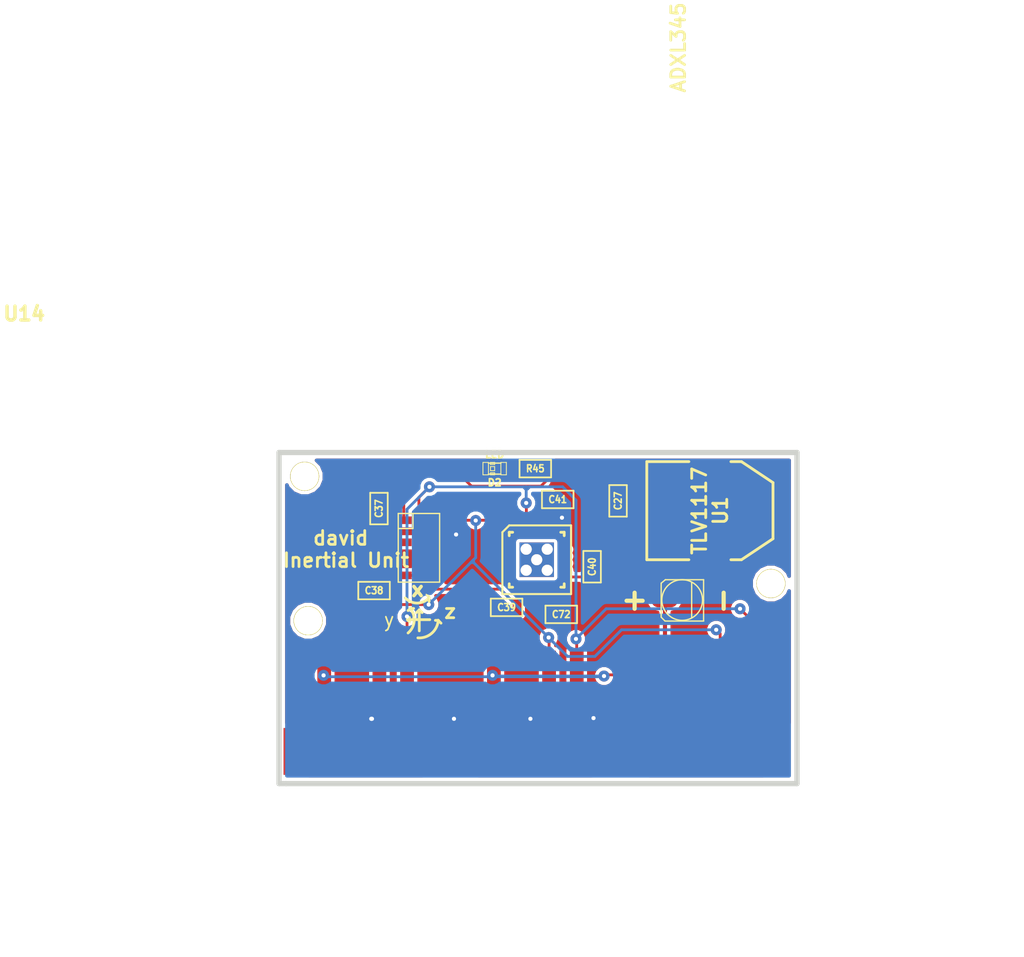
<source format=kicad_pcb>
(kicad_pcb (version 20211014) (generator pcbnew)
  (title_block (title "Internal Sensors") (date "2 may 2022") (rev "0.1") (company "the cartheur company"))
  (layers (0 "F.Cu" signal "Dessus") (31 "B.Cu" signal "Dessous") (34 "B.Paste" user) (35 "F.Paste" user) (36 "B.SilkS" user "B.Silkscreen") (37 "F.SilkS" user "F.Silkscreen") (38 "B.Mask" user) (39 "F.Mask" user) (44 "Edge.Cuts" user))
  (net 0 "")
  (net 1 "/Connector/3.3V")
  (net 2 "/Connector/SCL")
  (net 3 "/Connector/SDA")
  (net 4 "/Connector/alim 3.3/5V")
  (net 5 "GND")
  (net 6 "N-0000010")
  (net 7 "N-0000011")
  (net 8 "N-0000012")
  (net 9 "N-0000013")
  (net 10 "N-0000014")
  (net 11 "N-0000015")
  (net 12 "N-0000016")
  (net 13 "N-0000017")
  (net 14 "N-0000018")
  (net 15 "N-0000019")
  (net 16 "N-0000020")
  (net 17 "N-0000021")
  (net 18 "N-0000022")
  (net 19 "N-0000023")
  (net 20 "N-0000025")
  (net 21 "N-000004")
  (net 22 "N-000005")
  (net 23 "N-000006")
  (net 24 "N-000008")
  (net 25 "N-000009")
  (footprint "SM0603" (layer "F.Cu") (at 56.5404 20.7264 180)
    (fp_text reference "R45" (at 0 0 180) (layer "F.SilkS") (effects (font (size 0.508 0.4572) (thickness 0.1143))))
    (fp_text value "150" hide)
    (fp_line (start 1.143 -0.635) (end 1.143 0.635) (layer "F.SilkS") (width 0.127))
    (fp_line (start 1.143 0.635) (end -1.143 0.635) (layer "F.SilkS") (width 0.127))
    (fp_line (start -1.143 -0.635) (end 1.143 -0.635) (layer "F.SilkS") (width 0.127))
    (fp_line (start -1.143 0.635) (end -1.143 -0.635) (layer "F.SilkS") (width 0.127))
    (pad "1" smd rect (at -0.762 0 180) (size 0.635 1.143) (layers "F.Cu" "F.Paste" "F.Mask") (net 1 "/Connector/3.3V"))
    (pad "2" smd rect (at 0.762 0 180) (size 0.635 1.143) (layers "F.Cu" "F.Paste" "F.Mask") (net 20 "N-0000025"))
  )
  (footprint "QFN24" (layer "F.Cu") (at 56.642 27.3304)
    (fp_text reference "U14" (at -37.1348 -17.8308) (layer "F.SilkS") (effects (font (size 1.00076 1.00076) (thickness 0.25146))))
    (fp_text value "ITG-3200" hide)
    (fp_line (start -1.99136 -1.99136) (end -1.74244 -1.99136) (layer "F.SilkS") (width 0.20066))
    (fp_line (start 1.99136 1.99136) (end 1.74244 1.99136) (layer "F.SilkS") (width 0.20066))
    (fp_line (start 2.4892 2.4892) (end -2.4892 2.4892) (layer "F.SilkS") (width 0.14986))
    (fp_line (start -1.74244 1.99136) (end -1.99136 1.99136) (layer "F.SilkS") (width 0.20066))
    (fp_line (start -1.99136 -1.74244) (end -1.99136 -1.99136) (layer "F.SilkS") (width 0.20066))
    (fp_line (start -2.4892 -1.99136) (end -1.99136 -2.4892) (layer "F.SilkS") (width 0.14986))
    (fp_line (start 1.74244 -1.99136) (end 1.99136 -1.99136) (layer "F.SilkS") (width 0.20066))
    (fp_line (start 1.99136 1.74244) (end 1.99136 1.99136) (layer "F.SilkS") (width 0.20066))
    (fp_line (start -2.4892 -1.99136) (end -2.4892 2.4892) (layer "F.SilkS") (width 0.14986))
    (fp_line (start 1.99136 -1.99136) (end 1.99136 -1.74244) (layer "F.SilkS") (width 0.20066))
    (fp_line (start -1.99136 -2.4892) (end 2.4892 -2.4892) (layer "F.SilkS") (width 0.14986))
    (fp_line (start 2.4892 -2.4892) (end 2.4892 2.4892) (layer "F.SilkS") (width 0.14986))
    (fp_line (start -1.99136 1.99136) (end -1.99136 1.74244) (layer "F.SilkS") (width 0.20066))
    (pad "" np_thru_hole circle (at -0.762 0.762 270) (size 0.8001 0.8001) (drill 0.8001) (layers *.Cu *.SilkS *.Mask))
    (pad "" smd rect (at 0 0 270) (size 2.49936 2.49936) (layers *.Cu "F.Paste" "F.Mask"))
    (pad "" np_thru_hole circle (at 0.762 0.762 270) (size 0.8001 0.8001) (drill 0.8001) (layers *.Cu *.SilkS *.Mask))
    (pad "" np_thru_hole circle (at -0.762 -0.762 270) (size 0.8001 0.8001) (drill 0.8001) (layers *.Cu *.SilkS *.Mask))
    (pad "" np_thru_hole circle (at 0 0 270) (size 0.8001 0.8001) (drill 0.8001) (layers *.Cu *.SilkS *.Mask))
    (pad "" np_thru_hole circle (at 0.762 -0.762 270) (size 0.8001 0.8001) (drill 0.8001) (layers *.Cu *.SilkS *.Mask))
    (pad "1" smd oval (at -1.99898 -1.24968) (size 0.8001 0.24892) (layers "F.Cu" "F.Paste" "F.Mask") (net 5 "GND"))
    (pad "2" smd oval (at -1.99898 -0.7493) (size 0.8001 0.24892) (layers "F.Cu" "F.Paste" "F.Mask") (net 7 "N-0000011"))
    (pad "3" smd oval (at -1.99898 -0.24892) (size 0.8001 0.24892) (layers "F.Cu" "F.Paste" "F.Mask") (net 8 "N-0000012"))
    (pad "4" smd oval (at -1.99898 0.24892) (size 0.8001 0.24892) (layers "F.Cu" "F.Paste" "F.Mask") (net 9 "N-0000013"))
    (pad "5" smd oval (at -1.99898 0.7493) (size 0.8001 0.24892) (layers "F.Cu" "F.Paste" "F.Mask") (net 10 "N-0000014"))
    (pad "6" smd oval (at -1.99898 1.24968) (size 0.8001 0.24892) (layers "F.Cu" "F.Paste" "F.Mask") (net 11 "N-0000015"))
    (pad "7" smd oval (at -1.24968 1.99898 90) (size 0.8001 0.24892) (layers "F.Cu" "F.Paste" "F.Mask") (net 12 "N-0000016"))
    (pad "8" smd oval (at -0.7493 1.99898 90) (size 0.8001 0.24892) (layers "F.Cu" "F.Paste" "F.Mask") (net 1 "/Connector/3.3V"))
    (pad "9" smd oval (at -0.24892 1.99898 90) (size 0.8001 0.24892) (layers "F.Cu" "F.Paste" "F.Mask") (net 5 "GND"))
    (pad "10" smd oval (at 0.24892 1.99898 90) (size 0.8001 0.24892) (layers "F.Cu" "F.Paste" "F.Mask") (net 24 "N-000008"))
    (pad "11" smd oval (at 0.7493 1.99898 90) (size 0.8001 0.24892) (layers "F.Cu" "F.Paste" "F.Mask") (net 5 "GND"))
    (pad "12" smd oval (at 1.24968 1.99898 90) (size 0.8001 0.24892) (layers "F.Cu" "F.Paste" "F.Mask") (net 13 "N-0000017"))
    (pad "13" smd oval (at 1.99898 1.24968 180) (size 0.8001 0.24892) (layers "F.Cu" "F.Paste" "F.Mask") (net 1 "/Connector/3.3V"))
    (pad "14" smd oval (at 1.99898 0.7493 180) (size 0.8001 0.24892) (layers "F.Cu" "F.Paste" "F.Mask") (net 15 "N-0000019"))
    (pad "15" smd oval (at 1.99898 0.24892 180) (size 0.8001 0.24892) (layers "F.Cu" "F.Paste" "F.Mask") (net 16 "N-0000020"))
    (pad "16" smd oval (at 1.99898 -0.24892 180) (size 0.8001 0.24892) (layers "F.Cu" "F.Paste" "F.Mask") (net 17 "N-0000021"))
    (pad "17" smd oval (at 1.99898 -0.7493 180) (size 0.8001 0.24892) (layers "F.Cu" "F.Paste" "F.Mask") (net 18 "N-0000022"))
    (pad "18" smd oval (at 1.99898 -1.24968 180) (size 0.8001 0.24892) (layers "F.Cu" "F.Paste" "F.Mask") (net 5 "GND"))
    (pad "19" smd oval (at 1.24968 -1.99898 270) (size 0.8001 0.24892) (layers "F.Cu" "F.Paste" "F.Mask") (net 19 "N-0000023"))
    (pad "20" smd oval (at 0.7493 -1.99898 270) (size 0.8001 0.24892) (layers "F.Cu" "F.Paste" "F.Mask") (net 25 "N-000009"))
    (pad "21" smd oval (at 0.24892 -1.99898 270) (size 0.8001 0.24892) (layers "F.Cu" "F.Paste" "F.Mask") (net 6 "N-0000010"))
    (pad "22" smd oval (at -0.24892 -1.99898 270) (size 0.8001 0.24892) (layers "F.Cu" "F.Paste" "F.Mask") (net 14 "N-0000018"))
    (pad "23" smd oval (at -0.7493 -1.99898 270) (size 0.8001 0.24892) (layers "F.Cu" "F.Paste" "F.Mask") (net 2 "/Connector/SCL"))
    (pad "24" smd oval (at -1.24968 -1.99898 270) (size 0.8001 0.24892) (layers "F.Cu" "F.Paste" "F.Mask") (net 3 "/Connector/SDA"))
  )
  (footprint "LED-0603" (layer "F.Cu") (at 53.594 20.7264 180)
    (fp_text reference "D2" (at 0 -1.016 180) (layer "F.SilkS") (effects (font (size 0.508 0.508) (thickness 0.127))))
    (fp_text value "LED" (at 0 1.016 180) (layer "F.SilkS") (effects (font (size 0.508 0.508) (thickness 0.127))))
    (fp_line (start 0 0.44958) (end 0.29972 0.44958) (layer "F.SilkS") (width 0.06604))
    (fp_line (start 0.44958 -0.44958) (end 0.44958 0.44958) (layer "F.SilkS") (width 0.06604))
    (fp_line (start 0.44958 -0.44958) (end 0.84836 -0.44958) (layer "F.SilkS") (width 0.06604))
    (fp_line (start 0 0.14986) (end 0.29972 0.14986) (layer "F.SilkS") (width 0.06604))
    (fp_line (start 0.84836 -0.44958) (end 0.84836 0.44958) (layer "F.SilkS") (width 0.06604))
    (fp_line (start 0 -0.14986) (end 0.29972 -0.14986) (layer "F.SilkS") (width 0.06604))
    (fp_line (start -0.84836 0.44958) (end -0.44958 0.44958) (layer "F.SilkS") (width 0.06604))
    (fp_line (start -0.44958 -0.44958) (end -0.44958 0.44958) (layer "F.SilkS") (width 0.06604))
    (fp_line (start 0 -0.44958) (end 0.29972 -0.44958) (layer "F.SilkS") (width 0.06604))
    (fp_line (start -0.84836 -0.44958) (end -0.84836 0.44958) (layer "F.SilkS") (width 0.06604))
    (fp_line (start 0 -0.14986) (end 0 0.14986) (layer "F.SilkS") (width 0.06604))
    (fp_line (start 0 0.29972) (end 0.29972 0.29972) (layer "F.SilkS") (width 0.06604))
    (fp_line (start 0.29972 0.29972) (end 0.29972 0.44958) (layer "F.SilkS") (width 0.06604))
    (fp_line (start -0.84836 -0.44958) (end -0.44958 -0.44958) (layer "F.SilkS") (width 0.06604))
    (fp_line (start 0.44958 -0.39878) (end -0.44958 -0.39878) (layer "F.SilkS") (width 0.1016))
    (fp_line (start 0.29972 -0.44958) (end 0.29972 -0.29972) (layer "F.SilkS") (width 0.06604))
    (fp_line (start 0.44958 0.44958) (end 0.84836 0.44958) (layer "F.SilkS") (width 0.06604))
    (fp_line (start 0.44958 0.39878) (end -0.44958 0.39878) (layer "F.SilkS") (width 0.1016))
    (fp_line (start 0 0.29972) (end 0 0.44958) (layer "F.SilkS") (width 0.06604))
    (fp_line (start 0.29972 -0.14986) (end 0.29972 0.14986) (layer "F.SilkS") (width 0.06604))
    (fp_line (start 0 -0.44958) (end 0 -0.29972) (layer "F.SilkS") (width 0.06604))
    (fp_line (start 0 -0.29972) (end 0.29972 -0.29972) (layer "F.SilkS") (width 0.06604))
    (pad "1" smd rect (at -0.7493 0 180) (size 0.79756 0.79756) (layers "F.Cu" "F.Paste" "F.Mask") (net 20 "N-0000025"))
    (pad "2" smd rect (at 0.7493 0 180) (size 0.79756 0.79756) (layers "F.Cu" "F.Paste" "F.Mask") (net 5 "GND"))
  )
  (footprint "LGA14" (layer "F.Cu") (at 48.1076 26.4668)
    (fp_text reference "U21" hide)
    (fp_text value "ADXL345" (at 18.796 -36.2712 90) (layer "F.SilkS") (effects (font (size 1.00076 1.00076) (thickness 0.20066))))
    (fp_line (start 1.4986 2.4892) (end -1.4986 2.4892) (layer "F.SilkS") (width 0.09906))
    (fp_line (start -1.4986 2.4892) (end -1.4986 -2.4892) (layer "F.SilkS") (width 0.09906))
    (fp_line (start -0.4318 -1.397) (end -1.4732 -1.397) (layer "F.SilkS") (width 0.09906))
    (fp_line (start 1.4986 -2.4892) (end 1.4986 2.4892) (layer "F.SilkS") (width 0.09906))
    (fp_line (start -0.4318 -2.4892) (end -0.4318 -1.397) (layer "F.SilkS") (width 0.09906))
    (fp_line (start -1.4986 -2.4892) (end 1.4986 -2.4892) (layer "F.SilkS") (width 0.09906))
    (pad "1" smd rect (at -1.09728 -1.99898 90) (size 0.55118 1.14554) (layers "F.Cu" "F.Paste" "F.Mask") (net 1 "/Connector/3.3V"))
    (pad "2" smd rect (at -1.09728 -1.19888 90) (size 0.55118 1.14554) (layers "F.Cu" "F.Paste" "F.Mask") (net 5 "GND"))
    (pad "3" smd rect (at -1.09728 -0.39878 90) (size 0.55118 1.14554) (layers "F.Cu" "F.Paste" "F.Mask") (net 1 "/Connector/3.3V"))
    (pad "4" smd rect (at -1.09728 0.39878 90) (size 0.55118 1.14554) (layers "F.Cu" "F.Paste" "F.Mask") (net 5 "GND"))
    (pad "5" smd rect (at -1.09728 1.19888 90) (size 0.55118 1.14554) (layers "F.Cu" "F.Paste" "F.Mask") (net 5 "GND"))
    (pad "6" smd rect (at -1.09728 1.99898 90) (size 0.55118 1.14554) (layers "F.Cu" "F.Paste" "F.Mask") (net 1 "/Connector/3.3V"))
    (pad "7" smd rect (at 0 2.09804) (size 0.55118 1.14554) (layers "F.Cu" "F.Paste" "F.Mask") (net 1 "/Connector/3.3V"))
    (pad "8" smd rect (at 1.09728 1.99898 90) (size 0.55118 1.14554) (layers "F.Cu" "F.Paste" "F.Mask") (net 21 "N-000004"))
    (pad "9" smd rect (at 1.09728 1.19888 90) (size 0.55118 1.14554) (layers "F.Cu" "F.Paste" "F.Mask") (net 22 "N-000005"))
    (pad "10" smd rect (at 1.09728 0.39878 90) (size 0.55118 1.14554) (layers "F.Cu" "F.Paste" "F.Mask") (net 23 "N-000006"))
    (pad "11" smd rect (at 1.09728 -0.39878 90) (size 0.55118 1.14554) (layers "F.Cu" "F.Paste" "F.Mask") (net 5 "GND"))
    (pad "12" smd rect (at 1.09728 -1.19888 90) (size 0.55118 1.14554) (layers "F.Cu" "F.Paste" "F.Mask") (net 5 "GND"))
    (pad "13" smd rect (at 1.09728 -1.99898 90) (size 0.55118 1.14554) (layers "F.Cu" "F.Paste" "F.Mask") (net 3 "/Connector/SDA"))
    (pad "14" smd rect (at 0 -2.09804) (size 0.55118 1.14554) (layers "F.Cu" "F.Paste" "F.Mask") (net 2 "/Connector/SCL"))
  )
  (footprint "CAN_RADIAL-CMS" (layer "F.Cu") (at 67.1576 30.2768 90)
    (fp_text reference "C10" hide)
    (fp_text value "10u" hide)
    (fp_text user "+" (at -0.0254 -3.5306 90) (layer "F.SilkS") (effects (font (size 1.524 1.524) (thickness 0.3048))))
    (fp_text user "-" (at -0.0254 2.921 90) (layer "F.SilkS") (effects (font (size 1.524 1.524) (thickness 0.3048))))
    (fp_line (start 0 1.5748) (end 1.4986 1.5748) (layer "F.SilkS") (width 0.09906))
    (fp_line (start 0 1.5748) (end -1.4986 1.5748) (layer "F.SilkS") (width 0.09906))
    (fp_line (start -1.4986 1.5748) (end -1.4986 -1.2192) (layer "F.SilkS") (width 0.09906))
    (fp_line (start -1.4986 -1.2192) (end -1.2446 -1.4732) (layer "F.SilkS") (width 0.09906))
    (fp_line (start 1.4986 1.5748) (end 1.4986 -1.1938) (layer "F.SilkS") (width 0.09906))
    (fp_line (start 1.4986 -1.1938) (end 1.2446 -1.4986) (layer "F.SilkS") (width 0.09906))
    (fp_line (start -1.2446 0.7112) (end 1.2954 0.7112) (layer "F.SilkS") (width 0.09906))
    (fp_line (start 1.2446 -1.4986) (end -1.2192 -1.4986) (layer "F.SilkS") (width 0.09906))
    (fp_circle (center 0.0254 0.0254) (end 1.4986 -0.0254) (layer "F.SilkS") (width 0.09906) (fill none))
    (pad "1" smd oval (at 0 -1.24968 90) (size 1.00076 1.89992) (layers "F.Cu" "F.Paste" "F.Mask") (net 4 "/Connector/alim 3.3/5V"))
    (pad "2" smd oval (at 0 1.24968 90) (size 1.00076 1.89992) (layers "F.Cu" "F.Paste" "F.Mask") (net 5 "GND"))
  )
  (footprint "hole-2mm" (layer "F.Cu") (at 39.8272 21.2852)
    (fp_text reference "hole-2mm" hide)
    (fp_text value "VAL**" hide)
    (pad "1" thru_hole circle (at 0 0) (size 2.10058 2.10058) (drill 1.99898) (layers *.Cu *.Mask "F.SilkS"))
  )
  (footprint "hole-2mm" (layer "F.Cu") (at 73.6092 29.0576)
    (fp_text reference "hole-2mm" hide)
    (fp_text value "VAL**" hide)
    (pad "1" thru_hole circle (at 0 0) (size 2.10058 2.10058) (drill 1.99898) (layers *.Cu *.Mask "F.SilkS"))
  )
  (footprint "hole-2mm" (layer "F.Cu") (at 40.0812 31.75)
    (fp_text reference "hole-2mm" hide)
    (fp_text value "VAL**" hide)
    (pad "1" thru_hole circle (at 0 0) (size 2.10058 2.10058) (drill 1.99898) (layers *.Cu *.Mask "F.SilkS"))
  )
  (footprint "CONN_JST-4_SMD" (layer "F.Cu") (at 44.2468 42.926)
    (fp_text reference "P1" hide)
    (fp_text value "CONN_4" hide)
    (pad "" smd rect (at -5.2 -1.69926) (size 1.4986 3.39598) (layers "F.Cu" "F.Paste" "F.Mask"))
    (pad "" smd rect (at 5.2 -1.69926) (size 1.4986 3.39598) (layers "F.Cu" "F.Paste" "F.Mask"))
    (pad "1" smd rect (at -3 -7.24916) (size 0.99568 3.49758) (layers "F.Cu" "F.Paste" "F.Mask") (net 4 "/Connector/alim 3.3/5V"))
    (pad "2" smd rect (at -0.99822 -7.24916) (size 0.99568 3.49758) (layers "F.Cu" "F.Paste" "F.Mask") (net 5 "GND"))
    (pad "3" smd rect (at 0.99822 -7.24916) (size 0.99568 3.49758) (layers "F.Cu" "F.Paste" "F.Mask") (net 3 "/Connector/SDA"))
    (pad "4" smd rect (at 3 -7.24916) (size 0.99568 3.49758) (layers "F.Cu" "F.Paste" "F.Mask") (net 2 "/Connector/SCL"))
  )
  (footprint "CONN_JST-4_SMD" (layer "F.Cu") (at 68.9356 42.926)
    (fp_text reference "P2" hide)
    (fp_text value "CONN_4" hide)
    (pad "" smd rect (at 5.2 -1.69926) (size 1.4986 3.39598) (layers "F.Cu" "F.Paste" "F.Mask"))
    (pad "" smd rect (at -5.2 -1.69926) (size 1.4986 3.39598) (layers "F.Cu" "F.Paste" "F.Mask"))
    (pad "1" smd rect (at -3 -7.24916) (size 0.99568 3.49758) (layers "F.Cu" "F.Paste" "F.Mask") (net 4 "/Connector/alim 3.3/5V"))
    (pad "2" smd rect (at -0.99822 -7.24916) (size 0.99568 3.49758) (layers "F.Cu" "F.Paste" "F.Mask") (net 5 "GND"))
    (pad "3" smd rect (at 0.99822 -7.24916) (size 0.99568 3.49758) (layers "F.Cu" "F.Paste" "F.Mask") (net 3 "/Connector/SDA"))
    (pad "4" smd rect (at 3 -7.24916) (size 0.99568 3.49758) (layers "F.Cu" "F.Paste" "F.Mask") (net 2 "/Connector/SCL"))
  )
  (footprint "CONN_JST-4_SMD" (layer "F.Cu") (at 56.5404 42.926)
    (fp_text reference "P3" hide)
    (fp_text value "CONN_4" hide)
    (pad "" smd rect (at -5.2 -1.69926) (size 1.4986 3.39598) (layers "F.Cu" "F.Paste" "F.Mask"))
    (pad "" smd rect (at 5.2 -1.69926) (size 1.4986 3.39598) (layers "F.Cu" "F.Paste" "F.Mask"))
    (pad "1" smd rect (at -3 -7.24916) (size 0.99568 3.49758) (layers "F.Cu" "F.Paste" "F.Mask") (net 4 "/Connector/alim 3.3/5V"))
    (pad "2" smd rect (at -0.99822 -7.24916) (size 0.99568 3.49758) (layers "F.Cu" "F.Paste" "F.Mask") (net 5 "GND"))
    (pad "3" smd rect (at 0.99822 -7.24916) (size 0.99568 3.49758) (layers "F.Cu" "F.Paste" "F.Mask") (net 3 "/Connector/SDA"))
    (pad "4" smd rect (at 3 -7.24916) (size 0.99568 3.49758) (layers "F.Cu" "F.Paste" "F.Mask") (net 2 "/Connector/SCL"))
  )
  (footprint "SM0603" (layer "F.Cu") (at 62.5348 23.0632 90)
    (fp_text reference "C27" (at 0 0 90) (layer "F.SilkS") (effects (font (size 0.508 0.4572) (thickness 0.1143))))
    (fp_text value "22uF" hide)
    (fp_line (start -1.143 0.635) (end -1.143 -0.635) (layer "F.SilkS") (width 0.127))
    (fp_line (start 1.143 0.635) (end -1.143 0.635) (layer "F.SilkS") (width 0.127))
    (fp_line (start 1.143 -0.635) (end 1.143 0.635) (layer "F.SilkS") (width 0.127))
    (fp_line (start -1.143 -0.635) (end 1.143 -0.635) (layer "F.SilkS") (width 0.127))
    (pad "1" smd rect (at -0.762 0 90) (size 0.635 1.143) (layers "F.Cu" "F.Paste" "F.Mask") (net 1 "/Connector/3.3V"))
    (pad "2" smd rect (at 0.762 0 90) (size 0.635 1.143) (layers "F.Cu" "F.Paste" "F.Mask") (net 5 "GND"))
  )
  (footprint "SM0603" (layer "F.Cu") (at 45.212 23.622 90)
    (fp_text reference "C37" (at 0 0 90) (layer "F.SilkS") (effects (font (size 0.508 0.4572) (thickness 0.1143))))
    (fp_text value "100n" hide)
    (fp_line (start 1.143 -0.635) (end 1.143 0.635) (layer "F.SilkS") (width 0.127))
    (fp_line (start 1.143 0.635) (end -1.143 0.635) (layer "F.SilkS") (width 0.127))
    (fp_line (start -1.143 -0.635) (end 1.143 -0.635) (layer "F.SilkS") (width 0.127))
    (fp_line (start -1.143 0.635) (end -1.143 -0.635) (layer "F.SilkS") (width 0.127))
    (pad "1" smd rect (at -0.762 0 90) (size 0.635 1.143) (layers "F.Cu" "F.Paste" "F.Mask") (net 1 "/Connector/3.3V"))
    (pad "2" smd rect (at 0.762 0 90) (size 0.635 1.143) (layers "F.Cu" "F.Paste" "F.Mask") (net 5 "GND"))
  )
  (footprint "SM0603" (layer "F.Cu") (at 44.8564 29.5656 180)
    (fp_text reference "C38" (at 0 0 180) (layer "F.SilkS") (effects (font (size 0.508 0.4572) (thickness 0.1143))))
    (fp_text value "1u" hide)
    (fp_line (start -1.143 0.635) (end -1.143 -0.635) (layer "F.SilkS") (width 0.127))
    (fp_line (start 1.143 -0.635) (end 1.143 0.635) (layer "F.SilkS") (width 0.127))
    (fp_line (start -1.143 -0.635) (end 1.143 -0.635) (layer "F.SilkS") (width 0.127))
    (fp_line (start 1.143 0.635) (end -1.143 0.635) (layer "F.SilkS") (width 0.127))
    (pad "1" smd rect (at -0.762 0 180) (size 0.635 1.143) (layers "F.Cu" "F.Paste" "F.Mask") (net 1 "/Connector/3.3V"))
    (pad "2" smd rect (at 0.762 0 180) (size 0.635 1.143) (layers "F.Cu" "F.Paste" "F.Mask") (net 5 "GND"))
  )
  (footprint "SM0603" (layer "F.Cu") (at 54.4576 30.7848 180)
    (fp_text reference "C39" (at 0 0 180) (layer "F.SilkS") (effects (font (size 0.508 0.4572) (thickness 0.1143))))
    (fp_text value "10n 4V" hide)
    (fp_line (start -1.143 -0.635) (end 1.143 -0.635) (layer "F.SilkS") (width 0.127))
    (fp_line (start 1.143 0.635) (end -1.143 0.635) (layer "F.SilkS") (width 0.127))
    (fp_line (start 1.143 -0.635) (end 1.143 0.635) (layer "F.SilkS") (width 0.127))
    (fp_line (start -1.143 0.635) (end -1.143 -0.635) (layer "F.SilkS") (width 0.127))
    (pad "1" smd rect (at -0.762 0 180) (size 0.635 1.143) (layers "F.Cu" "F.Paste" "F.Mask") (net 1 "/Connector/3.3V"))
    (pad "2" smd rect (at 0.762 0 180) (size 0.635 1.143) (layers "F.Cu" "F.Paste" "F.Mask") (net 5 "GND"))
  )
  (footprint "SM0603" (layer "F.Cu") (at 60.6552 27.8384 90)
    (fp_text reference "C40" (at 0 0 90) (layer "F.SilkS") (effects (font (size 0.508 0.4572) (thickness 0.1143))))
    (fp_text value "100n 4V" hide)
    (fp_line (start 1.143 -0.635) (end 1.143 0.635) (layer "F.SilkS") (width 0.127))
    (fp_line (start -1.143 0.635) (end -1.143 -0.635) (layer "F.SilkS") (width 0.127))
    (fp_line (start -1.143 -0.635) (end 1.143 -0.635) (layer "F.SilkS") (width 0.127))
    (fp_line (start 1.143 0.635) (end -1.143 0.635) (layer "F.SilkS") (width 0.127))
    (pad "1" smd rect (at -0.762 0 90) (size 0.635 1.143) (layers "F.Cu" "F.Paste" "F.Mask") (net 1 "/Connector/3.3V"))
    (pad "2" smd rect (at 0.762 0 90) (size 0.635 1.143) (layers "F.Cu" "F.Paste" "F.Mask") (net 5 "GND"))
  )
  (footprint "SM0603" (layer "F.Cu") (at 58.166 22.9616)
    (fp_text reference "C41" (at 0 0) (layer "F.SilkS") (effects (font (size 0.508 0.4572) (thickness 0.1143))))
    (fp_text value "2.2n 50V" hide)
    (fp_line (start -1.143 0.635) (end -1.143 -0.635) (layer "F.SilkS") (width 0.127))
    (fp_line (start -1.143 -0.635) (end 1.143 -0.635) (layer "F.SilkS") (width 0.127))
    (fp_line (start 1.143 -0.635) (end 1.143 0.635) (layer "F.SilkS") (width 0.127))
    (fp_line (start 1.143 0.635) (end -1.143 0.635) (layer "F.SilkS") (width 0.127))
    (pad "1" smd rect (at -0.762 0) (size 0.635 1.143) (layers "F.Cu" "F.Paste" "F.Mask") (net 25 "N-000009"))
    (pad "2" smd rect (at 0.762 0) (size 0.635 1.143) (layers "F.Cu" "F.Paste" "F.Mask") (net 5 "GND"))
  )
  (footprint "SM0603" (layer "F.Cu") (at 58.42 31.2928)
    (fp_text reference "C72" (at 0 0) (layer "F.SilkS") (effects (font (size 0.508 0.4572) (thickness 0.1143))))
    (fp_text value "100n 2V" hide)
    (fp_line (start -1.143 0.635) (end -1.143 -0.635) (layer "F.SilkS") (width 0.127))
    (fp_line (start 1.143 -0.635) (end 1.143 0.635) (layer "F.SilkS") (width 0.127))
    (fp_line (start -1.143 -0.635) (end 1.143 -0.635) (layer "F.SilkS") (width 0.127))
    (fp_line (start 1.143 0.635) (end -1.143 0.635) (layer "F.SilkS") (width 0.127))
    (pad "1" smd rect (at -0.762 0) (size 0.635 1.143) (layers "F.Cu" "F.Paste" "F.Mask") (net 24 "N-000008"))
    (pad "2" smd rect (at 0.762 0) (size 0.635 1.143) (layers "F.Cu" "F.Paste" "F.Mask") (net 5 "GND"))
  )
  (footprint "SOT223" (layer "F.Cu") (at 69.1896 23.7744 -90)
    (fp_text reference "U1" (at 0 -0.762 -90) (layer "F.SilkS") (effects (font (size 1.016 1.016) (thickness 0.2032))))
    (fp_text value "TLV1117" (at 0 0.762 -90) (layer "F.SilkS") (effects (font (size 1.016 1.016) (thickness 0.2032))))
    (fp_line (start -3.556 1.524) (end -3.556 4.572) (layer "F.SilkS") (width 0.2032))
    (fp_line (start -2.032 -4.572) (end 2.032 -4.572) (layer "F.SilkS") (width 0.2032))
    (fp_line (start 3.556 4.572) (end 3.556 1.524) (layer "F.SilkS") (width 0.2032))
    (fp_line (start 3.556 -2.286) (end 3.556 -1.524) (layer "F.SilkS") (width 0.2032))
    (fp_line (start 2.032 -4.572) (end 3.556 -2.286) (layer "F.SilkS") (width 0.2032))
    (fp_line (start -3.556 -2.286) (end -2.032 -4.572) (layer "F.SilkS") (width 0.2032))
    (fp_line (start -3.556 -1.524) (end -3.556 -2.286) (layer "F.SilkS") (width 0.2032))
    (fp_line (start -3.556 4.572) (end 3.556 4.572) (layer "F.SilkS") (width 0.2032))
    (pad "1" smd rect (at -2.286 3.302 270) (size 1.016 2.032) (layers "F.Cu" "F.Paste" "F.Mask") (net 5 "GND"))
    (pad "2" smd rect (at 0 3.302 270) (size 1.016 2.032) (layers "F.Cu" "F.Paste" "F.Mask") (net 1 "/Connector/3.3V"))
    (pad "3" smd rect (at 2.286 3.302 270) (size 1.016 2.032) (layers "F.Cu" "F.Paste" "F.Mask") (net 4 "/Connector/alim 3.3/5V"))
    (pad "4" smd rect (at 0 -3.302 270) (size 3.6576 2.032) (layers "F.Cu" "F.Paste" "F.Mask"))
  )
  (gr_line (start 49.5046 31.7246) (end 49.7078 31.9278) (layer "F.SilkS") (width 0.20066))
  (gr_line (start 47.4726 30.861) (end 47.3202 31.0134) (layer "F.SilkS") (width 0.20066))
  (gr_arc (start 48.7934 30.1498) (mid 47.944679 30.471594) (end 47.117 30.099) (layer "F.SilkS") (width 0.20066))
  (gr_line (start 48.133 30.9626) (end 47.9298 31.1658) (layer "F.SilkS") (width 0.20066))
  (gr_line (start 48.895 31.6738) (end 47.3202 31.6738) (layer "F.SilkS") (width 0.20066))
  (gr_line (start 48.8442 30.099) (end 48.8442 30.353) (layer "F.SilkS") (width 0.20066))
  (gr_line (start 48.133 32.4866) (end 48.133 30.9626) (layer "F.SilkS") (width 0.20066))
  (gr_arc (start 47.4726 30.861) (mid 47.764636 31.781563) (end 47.3202 32.639) (layer "F.SilkS") (width 0.20066))
  (gr_line (start 47.4726 30.861) (end 47.7266 30.861) (layer "F.SilkS") (width 0.20066))
  (gr_line (start 47.2694 31.6738) (end 47.4218 31.5214) (layer "F.SilkS") (width 0.20066))
  (gr_line (start 48.2854 31.115) (end 48.3362 31.1658) (layer "F.SilkS") (width 0.20066))
  (gr_arc (start 49.5046 31.7246) (mid 49.031026 32.66471) (end 48.0314 32.9946) (layer "F.SilkS") (width 0.20066))
  (gr_line (start 49.5046 31.7246) (end 49.3014 31.7246) (layer "F.SilkS") (width 0.20066))
  (gr_line (start 48.8442 30.0482) (end 48.7426 29.9466) (layer "F.SilkS") (width 0.20066))
  (gr_line (start 48.133 30.9626) (end 48.2854 31.115) (layer "F.SilkS") (width 0.20066))
  (gr_line (start 47.2694 31.6738) (end 47.4218 31.8262) (layer "F.SilkS") (width 0.20066))
  (gr_line (start 48.8442 30.0482) (end 48.641 29.845) (layer "F.SilkS") (width 0))
  (gr_line (start 37.973 43.561) (end 37.973 19.558) (layer "Edge.Cuts") (width 0.381))
  (gr_line (start 75.5 43.561) (end 38.481 43.561) (layer "Edge.Cuts") (width 0.381))
  (gr_line (start 37.973 19.558) (end 75.5 19.558) (layer "Edge.Cuts") (width 0.381))
  (gr_line (start 75.5 19.558) (end 75.5 43.561) (layer "Edge.Cuts") (width 0.381))
  (gr_line (start 38.481 43.561) (end 37.973 43.561) (layer "Edge.Cuts") (width 0.381))
  (gr_text "x" (at 48.006 29.718 180) (layer "F.SilkS") (effects (font (size 1.00076 1.00076) (thickness 0.25146))))
  (gr_text "y" (at 45.9486 31.6738) (layer "F.SilkS") (effects (font (size 1.00076 1.00076) (thickness 0.12446))))
  (gr_text "david \nInertial Unit" (at 42.8244 26.5684) (layer "F.SilkS") (effects (font (size 1.00076 1.00076) (thickness 0.20066))))
  (gr_text "z" (at 50.3682 31.3182 180) (layer "F.SilkS") (effects (font (size 1.00076 1.00076) (thickness 0.20066))))
  (segment (start 60.63488 28.58008) (end 60.6552 28.6004) (width 0.2032) (layer "F.Cu") (net 1))
  (segment (start 55.8927 30.1117) (end 55.8927 29.32938) (width 0.2032) (layer "F.Cu") (net 1))
  (segment (start 45.29582 24.46782) (end 45.212 24.384) (width 0.2032) (layer "F.Cu") (net 1))
  (segment (start 47.01032 28.46578) (end 45.95622 28.46578) (width 0.2032) (layer "F.Cu") (net 1))
  (segment (start 45.6184 26.3144) (end 45.6946 26.2382) (width 0.2032) (layer "F.Cu") (net 1))
  (segment (start 45.86478 26.06802) (end 47.01032 26.06802) (width 0.2032) (layer "F.Cu") (net 1))
  (segment (start 45.212 25.7556) (end 45.6946 26.2382) (width 0.2032) (layer "F.Cu") (net 1))
  (segment (start 45.6946 26.2382) (end 45.86478 26.06802) (width 0.2032) (layer "F.Cu") (net 1))
  (segment (start 45.6184 28.46578) (end 45.63618 28.448) (width 0.2032) (layer "F.Cu") (net 1))
  (segment (start 45.63618 28.448) (end 45.6692 28.448) (width 0.2032) (layer "F.Cu") (net 1))
  (segment (start 45.6692 28.448) (end 45.6184 28.448) (width 0.2032) (layer "F.Cu") (net 1))
  (segment (start 45.6184 28.448) (end 45.6184 28.2956) (width 0.2032) (layer "F.Cu") (net 1))
  (segment (start 45.6184 28.6512) (end 45.6184 28.448) (width 0.2032) (layer "F.Cu") (net 1))
  (segment (start 45.80382 28.46578) (end 45.95622 28.46578) (width 0.2032) (layer "F.Cu") (net 1))
  (segment (start 45.6184 28.2956) (end 45.6184 26.3144) (width 0.2032) (layer "F.Cu") (net 1))
  (segment (start 45.63364 28.2956) (end 45.80382 28.46578) (width 0.2032) (layer "F.Cu") (net 1))
  (segment (start 48.00854 28.46578) (end 48.1076 28.56484) (width 0.2032) (layer "F.Cu") (net 1))
  (segment (start 48.1076 29.3116) (end 48.26 29.464) (width 0.2032) (layer "F.Cu") (net 1))
  (segment (start 48.26 29.464) (end 54.0004 29.464) (width 0.2032) (layer "F.Cu") (net 1))
  (segment (start 54.0004 29.464) (end 55.2196 30.6832) (width 0.2032) (layer "F.Cu") (net 1))
  (segment (start 55.2196 30.6832) (end 55.2196 30.7848) (width 0.2032) (layer "F.Cu") (net 1))
  (segment (start 62.5348 27.7368) (end 61.6712 28.6004) (width 0.2032) (layer "F.Cu") (net 1))
  (segment (start 61.6712 28.6004) (end 60.6552 28.6004) (width 0.2032) (layer "F.Cu") (net 1))
  (segment (start 61.976 23.8252) (end 62.5348 23.8252) (width 0.2032) (layer "F.Cu") (net 1))
  (segment (start 59.2836 20.7264) (end 60.9092 22.352) (width 0.2032) (layer "F.Cu") (net 1))
  (segment (start 60.9092 22.352) (end 60.9092 23.2156) (width 0.2032) (layer "F.Cu") (net 1))
  (segment (start 60.9092 23.2156) (end 61.5188 23.8252) (width 0.2032) (layer "F.Cu") (net 1))
  (segment (start 61.5188 23.8252) (end 62.5348 23.8252) (width 0.2032) (layer "F.Cu") (net 1))
  (segment (start 47.01032 22.02688) (end 47.752 21.2852) (width 0.2032) (layer "F.Cu") (net 1))
  (segment (start 47.752 21.2852) (end 51.2064 21.2852) (width 0.2032) (layer "F.Cu") (net 1))
  (segment (start 51.2064 21.2852) (end 51.9176 21.9964) (width 0.2032) (layer "F.Cu") (net 1))
  (segment (start 51.9176 21.9964) (end 56.9468 21.9964) (width 0.2032) (layer "F.Cu") (net 1))
  (segment (start 56.9468 21.9964) (end 57.3024 21.6408) (width 0.2032) (layer "F.Cu") (net 1))
  (segment (start 57.3024 21.6408) (end 57.3024 20.7264) (width 0.2032) (layer "F.Cu") (net 1))
  (segment (start 47.01032 24.46782) (end 47.01032 22.02688) (width 0.2032) (layer "F.Cu") (net 1))
  (segment (start 58.64098 28.58008) (end 60.63488 28.58008) (width 0.2032) (layer "F.Cu") (net 1))
  (segment (start 45.6184 29.5656) (end 45.6184 28.8036) (width 0.2032) (layer "F.Cu") (net 1))
  (segment (start 45.95622 28.46578) (end 45.6184 28.46578) (width 0.2032) (layer "F.Cu") (net 1))
  (segment (start 48.1076 28.56484) (end 48.1076 29.3116) (width 0.2032) (layer "F.Cu") (net 1))
  (segment (start 55.2196 30.7848) (end 55.8927 30.1117) (width 0.2032) (layer "F.Cu") (net 1))
  (segment (start 47.01032 28.46578) (end 48.00854 28.46578) (width 0.2032) (layer "F.Cu") (net 1))
  (segment (start 45.6184 28.6512) (end 45.80382 28.46578) (width 0.2032) (layer "F.Cu") (net 1))
  (segment (start 47.01032 24.46782) (end 45.29582 24.46782) (width 0.2032) (layer "F.Cu") (net 1))
  (segment (start 45.6184 28.2956) (end 45.63364 28.2956) (width 0.2032) (layer "F.Cu") (net 1))
  (segment (start 65.8876 23.8252) (end 61.976 23.8252) (width 0.2032) (layer "F.Cu") (net 1))
  (segment (start 57.3024 20.7264) (end 59.2836 20.7264) (width 0.2032) (layer "F.Cu") (net 1))
  (segment (start 45.6184 29.5656) (end 45.6184 28.6512) (width 0.2032) (layer "F.Cu") (net 1))
  (segment (start 45.212 24.384) (end 45.212 25.7556) (width 0.2032) (layer "F.Cu") (net 1))
  (segment (start 62.5348 23.8252) (end 62.5348 27.7368) (width 0.2032) (layer "F.Cu") (net 1))
  (segment (start 71.9328 31.4452) (end 71.374 30.8864) (width 0.2032) (layer "F.Cu") (net 2))
  (segment (start 48.8696 22.0472) (end 48.1076 22.8092) (width 0.2032) (layer "F.Cu") (net 2))
  (segment (start 48.1076 22.8092) (end 48.1076 24.36876) (width 0.2032) (layer "F.Cu") (net 2))
  (segment (start 47.2468 31.448) (end 47.244 31.4452) (width 0.2032) (layer "F.Cu") (net 2))
  (segment (start 59.5404 33.1244) (end 59.4868 33.0708) (width 0.2032) (layer "F.Cu") (net 2))
  (segment (start 55.8927 23.2283) (end 55.88 23.2156) (width 0.2032) (layer "F.Cu") (net 2))
  (segment (start 47.2468 35.67684) (end 47.2468 31.448) (width 0.2032) (layer "F.Cu") (net 2))
  (segment (start 71.9328 32.7152) (end 71.9328 31.4452) (width 0.2032) (layer "F.Cu") (net 2))
  (segment (start 55.8927 25.33142) (end 55.8927 23.2283) (width 0.2032) (layer "F.Cu") (net 2))
  (segment (start 59.5404 35.67684) (end 59.5404 33.1244) (width 0.2032) (layer "F.Cu") (net 2))
  (segment (start 71.9356 35.67684) (end 71.9328 32.7152) (width 0.2032) (layer "F.Cu") (net 2))
  (via (at 55.88 23.2156) (size 0.8001) (drill 0.29972) (layers "F.Cu" "B.Cu") (net 2))
  (via (at 47.244 31.4452) (size 0.8001) (drill 0.29972) (layers "F.Cu" "B.Cu") (net 2))
  (via (at 59.4868 33.0708) (size 0.8001) (drill 0.29972) (layers "F.Cu" "B.Cu") (net 2))
  (via (at 48.8696 22.0472) (size 0.8001) (drill 0.29972) (layers "F.Cu" "B.Cu") (net 2))
  (via (at 71.374 30.8864) (size 0.8001) (drill 0.29972) (layers "F.Cu" "B.Cu") (net 2))
  (segment (start 71.374 30.8864) (end 69.6976 30.8864) (width 0.2032) (layer "B.Cu") (net 2))
  (segment (start 47.244 31.4452) (end 47.244 23.6728) (width 0.2032) (layer "B.Cu") (net 2))
  (segment (start 47.244 23.6728) (end 48.8696 22.0472) (width 0.2032) (layer "B.Cu") (net 2))
  (segment (start 59.4868 33.0708) (end 59.4868 24.6888) (width 0.2032) (layer "B.Cu") (net 2))
  (segment (start 59.4868 24.6888) (end 59.4868 23.0124) (width 0.2032) (layer "B.Cu") (net 2))
  (segment (start 59.4868 23.0124) (end 58.5216 22.0472) (width 0.2032) (layer "B.Cu") (net 2))
  (segment (start 58.5216 22.0472) (end 56.134 22.0472) (width 0.2032) (layer "B.Cu") (net 2))
  (segment (start 55.88 23.2156) (end 55.88 22.1996) (width 0.2032) (layer "B.Cu") (net 2))
  (segment (start 55.88 22.0472) (end 55.88 22.098) (width 0.2032) (layer "B.Cu") (net 2))
  (segment (start 55.88 22.098) (end 55.88 22.0472) (width 0.2032) (layer "B.Cu") (net 2))
  (segment (start 55.88 22.0472) (end 55.6768 22.0472) (width 0.2032) (layer "B.Cu") (net 2))
  (segment (start 55.88 22.1996) (end 55.88 22.0472) (width 0.2032) (layer "B.Cu") (net 2))
  (segment (start 55.8292 22.1996) (end 55.6768 22.0472) (width 0.2032) (layer "B.Cu") (net 2))
  (segment (start 55.6768 22.0472) (end 48.8696 22.0472) (width 0.2032) (layer "B.Cu") (net 2))
  (segment (start 55.9816 22.1996) (end 56.134 22.0472) (width 0.2032) (layer "B.Cu") (net 2))
  (segment (start 56.134 22.0472) (end 55.88 22.0472) (width 0.2032) (layer "B.Cu") (net 2))
  (segment (start 61.6712 30.8864) (end 59.4868 33.0708) (width 0.2032) (layer "B.Cu") (net 2))
  (segment (start 55.88 22.1996) (end 55.8292 22.1996) (width 0.2032) (layer "B.Cu") (net 2))
  (segment (start 55.88 22.1996) (end 55.9816 22.1996) (width 0.2032) (layer "B.Cu") (net 2))
  (segment (start 69.6976 30.8864) (end 61.6712 30.8864) (width 0.2032) (layer "B.Cu") (net 2))
  (segment (start 57.5564 35.65906) (end 57.53862 35.67684) (width 0.2032) (layer "F.Cu") (net 3))
  (segment (start 69.93382 32.69742) (end 69.6468 32.4104) (width 0.2032) (layer "F.Cu") (net 3))
  (segment (start 55.04942 24.46782) (end 55.39232 24.81072) (width 0.2032) (layer "F.Cu") (net 3))
  (segment (start 55.39232 24.81072) (end 55.39232 25.33142) (width 0.2032) (layer "F.Cu") (net 3))
  (segment (start 45.24502 31.76778) (end 46.4312 30.5816) (width 0.2032) (layer "F.Cu") (net 3))
  (segment (start 46.4312 30.5816) (end 48.8188 30.5816) (width 0.2032) (layer "F.Cu") (net 3))
  (segment (start 52.2224 24.4856) (end 52.2224 24.46782) (width 0.2032) (layer "F.Cu") (net 3))
  (segment (start 52.2224 24.46782) (end 52.2224 24.4856) (width 0.2032) (layer "F.Cu") (net 3))
  (segment (start 52.2224 24.4856) (end 52.2224 24.46782) (width 0.2032) (layer "F.Cu") (net 3))
  (segment (start 52.2224 24.46782) (end 55.04942 24.46782) (width 0.2032) (layer "F.Cu") (net 3))
  (segment (start 57.53862 33.00222) (end 57.5056 32.9692) (width 0.2032) (layer "F.Cu") (net 3))
  (segment (start 49.20488 24.46782) (end 52.2224 24.46782) (width 0.2032) (layer "F.Cu") (net 3))
  (segment (start 45.24502 35.67684) (end 45.24502 31.76778) (width 0.2032) (layer "F.Cu") (net 3))
  (segment (start 57.53862 35.67684) (end 57.53862 33.00222) (width 0.2032) (layer "F.Cu") (net 3))
  (segment (start 69.93382 35.67684) (end 69.93382 32.69742) (width 0.2032) (layer "F.Cu") (net 3))
  (via (at 52.2224 24.4856) (size 0.8001) (drill 0.29972) (layers "F.Cu" "B.Cu") (net 3))
  (via (at 69.6468 32.4104) (size 0.8001) (drill 0.29972) (layers "F.Cu" "B.Cu") (net 3))
  (via (at 57.5056 32.9692) (size 0.8001) (drill 0.29972) (layers "F.Cu" "B.Cu") (net 3))
  (via (at 48.8188 30.5816) (size 0.8001) (drill 0.29972) (layers "F.Cu" "B.Cu") (net 3))
  (segment (start 68.8848 32.4104) (end 68.6816 32.4104) (width 0.2032) (layer "B.Cu") (net 3))
  (segment (start 69.6468 32.4104) (end 68.6816 32.4104) (width 0.2032) (layer "B.Cu") (net 3))
  (segment (start 48.8188 30.5816) (end 51.8668 27.5336) (width 0.2032) (layer "B.Cu") (net 3))
  (segment (start 52.2224 27.178) (end 52.2224 24.4856) (width 0.2032) (layer "B.Cu") (net 3))
  (segment (start 57.5056 32.9692) (end 52.07 27.5336) (width 0.2032) (layer "B.Cu") (net 3))
  (segment (start 51.9938 27.4574) (end 51.9938 27.4066) (width 0.2032) (layer "B.Cu") (net 3))
  (segment (start 51.9938 27.4066) (end 52.07 27.3304) (width 0.2032) (layer "B.Cu") (net 3))
  (segment (start 52.07 27.3304) (end 52.2224 27.178) (width 0.2032) (layer "B.Cu") (net 3))
  (segment (start 52.07 27.5336) (end 51.9938 27.4574) (width 0.2032) (layer "B.Cu") (net 3))
  (segment (start 51.8668 27.5336) (end 51.9938 27.4066) (width 0.2032) (layer "B.Cu") (net 3))
  (segment (start 62.7888 32.4104) (end 60.8584 34.3408) (width 0.2032) (layer "B.Cu") (net 3))
  (segment (start 60.8584 34.3408) (end 58.8772 34.3408) (width 0.2032) (layer "B.Cu") (net 3))
  (segment (start 58.8772 34.3408) (end 57.5056 32.9692) (width 0.2032) (layer "B.Cu") (net 3))
  (segment (start 68.6816 32.4104) (end 62.7888 32.4104) (width 0.2032) (layer "B.Cu") (net 3))
  (segment (start 52.07 27.3304) (end 52.07 27.5336) (width 0.2032) (layer "B.Cu") (net 3))
  (segment (start 52.07 27.5336) (end 51.8668 27.5336) (width 0.2032) (layer "B.Cu") (net 3))
  (segment (start 65.9356 30.30448) (end 65.90792 30.2768) (width 0.29972) (layer "F.Cu") (net 4))
  (segment (start 65.8876 30.25648) (end 65.90792 30.2768) (width 0.29972) (layer "F.Cu") (net 4))
  (segment (start 61.53404 35.77844) (end 61.5188 35.7632) (width 0.2032) (layer "F.Cu") (net 4))
  (segment (start 53.4416 35.7124) (end 53.47716 35.67684) (width 0.2032) (layer "F.Cu") (net 4))
  (segment (start 53.47716 35.67684) (end 53.5404 35.67684) (width 0.2032) (layer "F.Cu") (net 4))
  (segment (start 41.1988 35.7124) (end 41.23436 35.67684) (width 0.2032) (layer "F.Cu") (net 4))
  (segment (start 41.23436 35.67684) (end 41.2468 35.67684) (width 0.2032) (layer "F.Cu") (net 4))
  (segment (start 61.60516 35.67684) (end 61.5188 35.7632) (width 0.2032) (layer "F.Cu") (net 4))
  (segment (start 65.9356 35.67684) (end 65.9356 30.30448) (width 0.29972) (layer "F.Cu") (net 4))
  (segment (start 65.9356 35.67684) (end 61.60516 35.67684) (width 0.2032) (layer "F.Cu") (net 4))
  (segment (start 65.8876 26.1112) (end 65.8876 30.25648) (width 0.29972) (layer "F.Cu") (net 4))
  (via (at 61.5188 35.7632) (size 0.8001) (drill 0.29972) (layers "F.Cu" "B.Cu") (net 4))
  (via (at 53.4416 35.7124) (size 0.8001) (drill 0.29972) (layers "F.Cu" "B.Cu") (net 4))
  (via (at 41.1988 35.7124) (size 0.8001) (drill 0.29972) (layers "F.Cu" "B.Cu") (net 4))
  (segment (start 61.5188 35.7632) (end 61.468 35.814) (width 0.2032) (layer "B.Cu") (net 4))
  (segment (start 61.468 35.814) (end 52.7304 35.814) (width 0.2032) (layer "B.Cu") (net 4))
  (segment (start 53.4924 35.7632) (end 53.4416 35.7124) (width 0.2032) (layer "B.Cu") (net 4))
  (segment (start 61.5188 35.7632) (end 53.4924 35.7632) (width 0.2032) (layer "B.Cu") (net 4))
  (segment (start 52.7304 35.814) (end 40.894 35.814) (width 0.2032) (layer "B.Cu") (net 4))
  (segment (start 67.93738 30.7467) (end 68.40728 30.2768) (width 0.29972) (layer "F.Cu") (net 5))
  (segment (start 66.4972 21.4376) (end 65.8876 21.5392) (width 0.2032) (layer "F.Cu") (net 5))
  (segment (start 43.5356 38.862) (end 55.2704 38.862) (width 0.2032) (layer "F.Cu") (net 5))
  (segment (start 60.706 38.862) (end 60.7568 38.8112) (width 0.2032) (layer "F.Cu") (net 5))
  (segment (start 60.706 38.862) (end 56.1848 38.862) (width 0.2032) (layer "F.Cu") (net 5))
  (segment (start 50.6476 38.862) (end 45.1612 38.862) (width 0.2032) (layer "F.Cu") (net 5))
  (segment (start 45.1612 38.862) (end 44.6532 38.862) (width 0.2032) (layer "F.Cu") (net 5))
  (segment (start 43.24858 35.67684) (end 43.24858 37.00018) (width 0.2032) (layer "F.Cu") (net 5))
  (segment (start 67.2592 21.5392) (end 68.2244 22.5044) (width 0.2032) (layer "F.Cu") (net 5))
  (segment (start 63.2968 21.5392) (end 62.5348 22.3012) (width 0.2032) (layer "F.Cu") (net 5))
  (segment (start 67.056 38.8112) (end 67.93738 37.92982) (width 0.2032) (layer "F.Cu") (net 5))
  (segment (start 67.93738 37.92982) (end 67.93738 35.67684) (width 0.2032) (layer "F.Cu") (net 5))
  (segment (start 55.54218 38.21938) (end 56.1848 38.862) (width 0.2032) (layer "F.Cu") (net 5))
  (segment (start 55.2704 38.862) (end 55.4736 38.862) (width 0.2032) (layer "F.Cu") (net 5))
  (segment (start 43.24858 38.57498) (end 43.5356 38.862) (width 0.2032) (layer "F.Cu") (net 5))
  (segment (start 57.404 29.34208) (end 57.3913 29.32938) (width 0.2032) (layer "F.Cu") (net 5))
  (segment (start 60.6552 26.6192) (end 60.11672 26.08072) (width 0.2032) (layer "F.Cu") (net 5))
  (segment (start 60.11672 26.08072) (end 58.64098 26.08072) (width 0.2032) (layer "F.Cu") (net 5))
  (segment (start 53.6956 30.7848) (end 53.6956 31.6992) (width 0.2032) (layer "F.Cu") (net 5))
  (segment (start 57.3913 29.8577) (end 57.8104 30.2768) (width 0.2032) (layer "F.Cu") (net 5))
  (segment (start 57.8104 30.2768) (end 58.8264 30.2768) (width 0.2032) (layer "F.Cu") (net 5))
  (segment (start 58.8264 30.2768) (end 59.182 30.6324) (width 0.2032) (layer "F.Cu") (net 5))
  (segment (start 59.182 30.6324) (end 59.182 31.2928) (width 0.2032) (layer "F.Cu") (net 5))
  (segment (start 46.1772 20.7264) (end 45.212 21.6916) (width 0.2032) (layer "F.Cu") (net 5))
  (segment (start 45.212 21.6916) (end 45.212 22.86) (width 0.2032) (layer "F.Cu") (net 5))
  (segment (start 68.4276 22.7076) (end 68.2244 22.5044) (width 0.2032) (layer "F.Cu") (net 5))
  (segment (start 55.54218 33.54578) (end 55.54218 35.67684) (width 0.2032) (layer "F.Cu") (net 5))
  (segment (start 60.6044 29.8704) (end 62.7888 29.8704) (width 0.2032) (layer "F.Cu") (net 5))
  (segment (start 62.7888 29.8704) (end 63.8556 28.8036) (width 0.2032) (layer "F.Cu") (net 5))
  (segment (start 63.8556 28.8036) (end 63.8556 25.5016) (width 0.2032) (layer "F.Cu") (net 5))
  (segment (start 63.8556 25.5016) (end 64.262 25.0952) (width 0.2032) (layer "F.Cu") (net 5))
  (segment (start 64.262 25.0952) (end 68.4276 25.0952) (width 0.2032) (layer "F.Cu") (net 5))
  (segment (start 68.4276 25.0952) (end 68.4276 22.7076) (width 0.2032) (layer "F.Cu") (net 5))
  (segment (start 68.40728 25.0952) (end 68.4276 25.0952) (width 0.2032) (layer "F.Cu") (net 5))
  (segment (start 50.56632 25.26792) (end 50.8 25.5016) (width 0.2032) (layer "F.Cu") (net 5))
  (segment (start 58.4708 24.2824) (end 58.928 23.8252) (width 0.2032) (layer "F.Cu") (net 5))
  (segment (start 58.928 23.8252) (end 58.928 22.9616) (width 0.2032) (layer "F.Cu") (net 5))
  (segment (start 52.8447 20.7264) (end 46.1772 20.7264) (width 0.2032) (layer "F.Cu") (net 5))
  (segment (start 55.54218 35.67684) (end 55.54218 38.21938) (width 0.2032) (layer "F.Cu") (net 5))
  (segment (start 68.40728 27.7876) (end 68.40728 25.0952) (width 0.2032) (layer "F.Cu") (net 5))
  (segment (start 67.2592 21.5392) (end 65.8876 21.5392) (width 0.2032) (layer "F.Cu") (net 5))
  (segment (start 49.50968 25.16632) (end 49.50968 25.96642) (width 0.2032) (layer "F.Cu") (net 5))
  (segment (start 67.93738 35.67684) (end 67.93738 30.7467) (width 0.29972) (layer "F.Cu") (net 5))
  (segment (start 53.6956 31.6992) (end 55.54218 33.54578) (width 0.2032) (layer "F.Cu") (net 5))
  (segment (start 55.1688 33.02) (end 56.39308 31.79572) (width 0.2032) (layer "F.Cu") (net 5))
  (segment (start 54.54142 26.08072) (end 54.5211 26.0604) (width 0.2032) (layer "F.Cu") (net 5))
  (segment (start 49.20488 25.26792) (end 50.56632 25.26792) (width 0.2032) (layer "F.Cu") (net 5))
  (segment (start 43.24858 35.67684) (end 43.24858 38.57498) (width 0.2032) (layer "F.Cu") (net 5))
  (segment (start 65.8876 21.5392) (end 63.2968 21.5392) (width 0.2032) (layer "F.Cu") (net 5))
  (segment (start 60.6552 27.0764) (end 60.6552 26.6192) (width 0.2032) (layer "F.Cu") (net 5))
  (segment (start 60.7568 38.8112) (end 67.056 38.8112) (width 0.2032) (layer "F.Cu") (net 5))
  (segment (start 59.182 31.2928) (end 60.6044 29.8704) (width 0.2032) (layer "F.Cu") (net 5))
  (segment (start 56.1848 38.862) (end 55.2704 38.862) (width 0.2032) (layer "F.Cu") (net 5))
  (segment (start 68.40728 30.2768) (end 68.40728 27.7876) (width 0.2032) (layer "F.Cu") (net 5))
  (segment (start 56.39308 31.79572) (end 56.39308 29.32938) (width 0.2032) (layer "F.Cu") (net 5))
  (segment (start 57.3913 29.32938) (end 57.3913 29.8577) (width 0.2032) (layer "F.Cu") (net 5))
  (via (at 44.6532 38.862) (size 0.8001) (drill 0.29972) (layers "F.Cu" "B.Cu") (net 5))
  (via (at 50.8 25.5016) (size 0.8001) (drill 0.29972) (layers "F.Cu" "B.Cu") (net 5))
  (via (at 60.7568 38.8112) (size 0.8001) (drill 0.29972) (layers "F.Cu" "B.Cu") (net 5))
  (via (at 50.6476 38.862) (size 0.8001) (drill 0.29972) (layers "F.Cu" "B.Cu") (net 5))
  (via (at 56.1848 38.862) (size 0.8001) (drill 0.29972) (layers "F.Cu" "B.Cu") (net 5))
  (via (at 44.704 38.862) (size 0.8001) (drill 0.29972) (layers "F.Cu" "B.Cu") (net 5))
  (via (at 58.4708 24.2824) (size 0.8001) (drill 0.29972) (layers "F.Cu" "B.Cu") (net 5))
  (segment (start 56.1848 38.862) (end 50.6476 38.862) (width 0.2032) (layer "B.Cu") (net 5))
  (segment (start 44.6532 38.862) (end 44.704 38.862) (width 0.2032) (layer "B.Cu") (net 5))
  (segment (start 50.8 25.5016) (end 50.9016 25.4) (width 0.2032) (layer "B.Cu") (net 5))
  (segment (start 50.9016 25.4) (end 50.9016 23.7744) (width 0.2032) (layer "B.Cu") (net 5))
  (segment (start 50.9016 23.7744) (end 51.4604 23.2156) (width 0.2032) (layer "B.Cu") (net 5))
  (segment (start 51.4604 23.2156) (end 53.4924 23.2156) (width 0.2032) (layer "B.Cu") (net 5))
  (segment (start 53.4924 23.2156) (end 54.5592 24.2824) (width 0.2032) (layer "B.Cu") (net 5))
  (segment (start 54.5592 24.2824) (end 58.4708 24.2824) (width 0.2032) (layer "B.Cu") (net 5))
  (segment (start 54.52872 26.5684) (end 54.54142 26.5811) (width 0.2032) (layer "F.Cu") (net 7))
  (segment (start 55.7784 20.7264) (end 54.3433 20.7264) (width 0.2032) (layer "F.Cu") (net 20))
  (segment (start 56.896 29.33446) (end 56.89092 29.32938) (width 0.2032) (layer "F.Cu") (net 24))
  (segment (start 57.0484 31.2928) (end 56.89092 31.13532) (width 0.2032) (layer "F.Cu") (net 24))
  (segment (start 56.89092 31.13532) (end 56.89092 29.32938) (width 0.2032) (layer "F.Cu") (net 24))
  (segment (start 57.658 31.2928) (end 57.0484 31.2928) (width 0.2032) (layer "F.Cu") (net 24))
  (segment (start 57.3913 22.9743) (end 57.404 22.9616) (width 0.2032) (layer "F.Cu") (net 25))
  (segment (start 57.3913 25.33142) (end 57.3913 22.9743) (width 0.2032) (layer "F.Cu") (net 25))
  (zone (net 5) (net_name "GND") (layer "F.Cu") (connect_pads yes (clearance 0.25)) (min_thickness 0.254) (fill (thermal_gap 5.08) (thermal_bridge_width 5.08))
    (polygon (pts (xy 77.216 48.6156) (xy 32.004 47.3456) (xy 36.1696 18.1864) (xy 76.3524 18.1356)))
  )
  (zone (net 5) (net_name "GND") (layer "B.Cu") (connect_pads (clearance 0.25)) (min_thickness 0.254) (fill (thermal_gap 5.08) (thermal_bridge_width 5.08))
    (polygon (pts (xy 80.2132 16.002) (xy 79.4004 49.6316) (xy 34.4424 49.0728) (xy 33.6804 17.1196)))
  )
)
</source>
